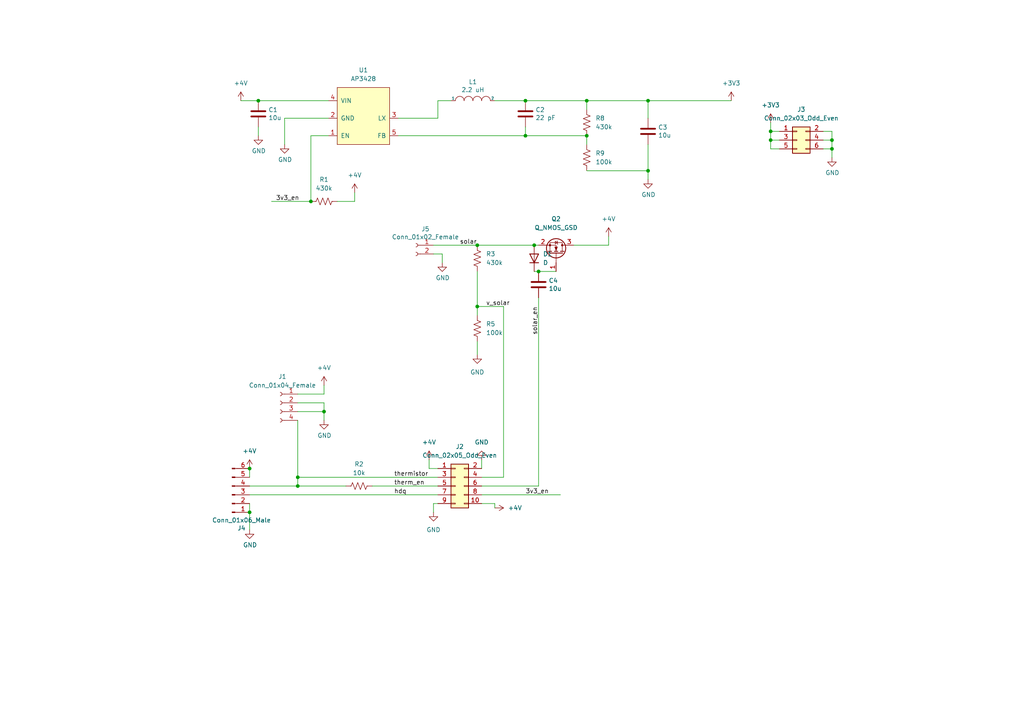
<source format=kicad_sch>
(kicad_sch (version 20211123) (generator eeschema)
  (paper "A4")
  (lib_symbols
    (symbol "Connector:Conn_01x02_Female" (pin_names (offset 1.016) hide)
      (property "Reference" "J" (at 0 2.54 0))
      (property "Value" "Conn_01x02_Female" (at 0 -5.08 0))
      (symbol "Conn_01x02_Female_1_1"
        (arc (start 0 -2.032) (mid -0.508 -2.54) (end 0 -3.048) (stroke (width 0.1524)))
        (polyline (pts (xy -1.27 -2.54) (xy -0.508 -2.54)) (stroke (width 0.1524)))
        (polyline (pts (xy -1.27 0) (xy -0.508 0)) (stroke (width 0.1524)))
        (arc (start 0 0.508) (mid -0.508 0) (end 0 -0.508) (stroke (width 0.1524)))
        (pin passive line (at -5.08 0 0) (length 3.81) (name "Pin_1") (number "1"))
        (pin passive line (at -5.08 -2.54 0) (length 3.81) (name "Pin_2") (number "2"))
      )
    )
    (symbol "Connector:Conn_01x04_Female" (pin_names (offset 1.016) hide)
      (property "Reference" "J" (at 0 5.08 0))
      (property "Value" "Conn_01x04_Female" (at 0 -7.62 0))
      (symbol "Conn_01x04_Female_1_1"
        (arc (start 0 -4.572) (mid -0.508 -5.08) (end 0 -5.588) (stroke (width 0.1524)))
        (arc (start 0 -2.032) (mid -0.508 -2.54) (end 0 -3.048) (stroke (width 0.1524)))
        (polyline (pts (xy -1.27 -5.08) (xy -0.508 -5.08)) (stroke (width 0.1524)))
        (polyline (pts (xy -1.27 -2.54) (xy -0.508 -2.54)) (stroke (width 0.1524)))
        (polyline (pts (xy -1.27 0) (xy -0.508 0)) (stroke (width 0.1524)))
        (polyline (pts (xy -1.27 2.54) (xy -0.508 2.54)) (stroke (width 0.1524)))
        (arc (start 0 0.508) (mid -0.508 0) (end 0 -0.508) (stroke (width 0.1524)))
        (arc (start 0 3.048) (mid -0.508 2.54) (end 0 2.032) (stroke (width 0.1524)))
        (pin passive line (at -5.08 2.54 0) (length 3.81) (name "Pin_1") (number "1"))
        (pin passive line (at -5.08 0 0) (length 3.81) (name "Pin_2") (number "2"))
        (pin passive line (at -5.08 -2.54 0) (length 3.81) (name "Pin_3") (number "3"))
        (pin passive line (at -5.08 -5.08 0) (length 3.81) (name "Pin_4") (number "4"))
      )
    )
    (symbol "Connector:Conn_01x06_Male" (pin_names (offset 1.016) hide)
      (property "Reference" "J" (at 0 7.62 0))
      (property "Value" "Conn_01x06_Male" (at 0 -10.16 0))
      (symbol "Conn_01x06_Male_1_1"
        (polyline (pts (xy 1.27 -7.62) (xy 0.8636 -7.62)) (stroke (width 0.1524)))
        (polyline (pts (xy 1.27 -5.08) (xy 0.8636 -5.08)) (stroke (width 0.1524)))
        (polyline (pts (xy 1.27 -2.54) (xy 0.8636 -2.54)) (stroke (width 0.1524)))
        (polyline (pts (xy 1.27 0) (xy 0.8636 0)) (stroke (width 0.1524)))
        (polyline (pts (xy 1.27 2.54) (xy 0.8636 2.54)) (stroke (width 0.1524)))
        (polyline (pts (xy 1.27 5.08) (xy 0.8636 5.08)) (stroke (width 0.1524)))
        (rectangle (start 0.8636 -7.493) (end 0 -7.747) (stroke (width 0.1524)) (fill (type outline)))
        (rectangle (start 0.8636 -4.953) (end 0 -5.207) (stroke (width 0.1524)) (fill (type outline)))
        (rectangle (start 0.8636 -2.413) (end 0 -2.667) (stroke (width 0.1524)) (fill (type outline)))
        (rectangle (start 0.8636 0.127) (end 0 -0.127) (stroke (width 0.1524)) (fill (type outline)))
        (rectangle (start 0.8636 2.667) (end 0 2.413) (stroke (width 0.1524)) (fill (type outline)))
        (rectangle (start 0.8636 5.207) (end 0 4.953) (stroke (width 0.1524)) (fill (type outline)))
        (pin passive line (at 5.08 5.08 180) (length 3.81) (name "Pin_1") (number "1"))
        (pin passive line (at 5.08 2.54 180) (length 3.81) (name "Pin_2") (number "2"))
        (pin passive line (at 5.08 0 180) (length 3.81) (name "Pin_3") (number "3"))
        (pin passive line (at 5.08 -2.54 180) (length 3.81) (name "Pin_4") (number "4"))
        (pin passive line (at 5.08 -5.08 180) (length 3.81) (name "Pin_5") (number "5"))
        (pin passive line (at 5.08 -7.62 180) (length 3.81) (name "Pin_6") (number "6"))
      )
    )
    (symbol "Connector_Generic:Conn_02x03_Odd_Even" (pin_names (offset 1.016) hide)
      (property "Reference" "J" (at 1.27 5.08 0))
      (property "Value" "Conn_02x03_Odd_Even" (at 1.27 -5.08 0))
      (symbol "Conn_02x03_Odd_Even_1_1"
        (rectangle (start -1.27 -2.413) (end 0 -2.667) (stroke (width 0.1524)))
        (rectangle (start -1.27 0.127) (end 0 -0.127) (stroke (width 0.1524)))
        (rectangle (start -1.27 2.667) (end 0 2.413) (stroke (width 0.1524)))
        (rectangle (start -1.27 3.81) (end 3.81 -3.81) (stroke (width 0.254)) (fill (type background)))
        (rectangle (start 3.81 -2.413) (end 2.54 -2.667) (stroke (width 0.1524)))
        (rectangle (start 3.81 0.127) (end 2.54 -0.127) (stroke (width 0.1524)))
        (rectangle (start 3.81 2.667) (end 2.54 2.413) (stroke (width 0.1524)))
        (pin passive line (at -5.08 2.54 0) (length 3.81) (name "Pin_1") (number "1"))
        (pin passive line (at 7.62 2.54 180) (length 3.81) (name "Pin_2") (number "2"))
        (pin passive line (at -5.08 0 0) (length 3.81) (name "Pin_3") (number "3"))
        (pin passive line (at 7.62 0 180) (length 3.81) (name "Pin_4") (number "4"))
        (pin passive line (at -5.08 -2.54 0) (length 3.81) (name "Pin_5") (number "5"))
        (pin passive line (at 7.62 -2.54 180) (length 3.81) (name "Pin_6") (number "6"))
      )
    )
    (symbol "Connector_Generic:Conn_02x05_Odd_Even" (pin_names (offset 1.016) hide)
      (property "Reference" "J" (at 1.27 7.62 0))
      (property "Value" "Conn_02x05_Odd_Even" (at 1.27 -7.62 0))
      (symbol "Conn_02x05_Odd_Even_1_1"
        (rectangle (start -1.27 -4.953) (end 0 -5.207) (stroke (width 0.1524)))
        (rectangle (start -1.27 -2.413) (end 0 -2.667) (stroke (width 0.1524)))
        (rectangle (start -1.27 0.127) (end 0 -0.127) (stroke (width 0.1524)))
        (rectangle (start -1.27 2.667) (end 0 2.413) (stroke (width 0.1524)))
        (rectangle (start -1.27 5.207) (end 0 4.953) (stroke (width 0.1524)))
        (rectangle (start -1.27 6.35) (end 3.81 -6.35) (stroke (width 0.254)) (fill (type background)))
        (rectangle (start 3.81 -4.953) (end 2.54 -5.207) (stroke (width 0.1524)))
        (rectangle (start 3.81 -2.413) (end 2.54 -2.667) (stroke (width 0.1524)))
        (rectangle (start 3.81 0.127) (end 2.54 -0.127) (stroke (width 0.1524)))
        (rectangle (start 3.81 2.667) (end 2.54 2.413) (stroke (width 0.1524)))
        (rectangle (start 3.81 5.207) (end 2.54 4.953) (stroke (width 0.1524)))
        (pin passive line (at -5.08 5.08 0) (length 3.81) (name "Pin_1") (number "1"))
        (pin passive line (at 7.62 -5.08 180) (length 3.81) (name "Pin_10") (number "10"))
        (pin passive line (at 7.62 5.08 180) (length 3.81) (name "Pin_2") (number "2"))
        (pin passive line (at -5.08 2.54 0) (length 3.81) (name "Pin_3") (number "3"))
        (pin passive line (at 7.62 2.54 180) (length 3.81) (name "Pin_4") (number "4"))
        (pin passive line (at -5.08 0 0) (length 3.81) (name "Pin_5") (number "5"))
        (pin passive line (at 7.62 0 180) (length 3.81) (name "Pin_6") (number "6"))
        (pin passive line (at -5.08 -2.54 0) (length 3.81) (name "Pin_7") (number "7"))
        (pin passive line (at 7.62 -2.54 180) (length 3.81) (name "Pin_8") (number "8"))
        (pin passive line (at -5.08 -5.08 0) (length 3.81) (name "Pin_9") (number "9"))
      )
    )
    (symbol "Device:C" (pin_numbers hide) (pin_names (offset 0.254))
      (property "Reference" "C" (at 0.635 2.54 0))
      (property "Value" "C" (at 0.635 -2.54 0))
      (symbol "C_0_1"
        (polyline (pts (xy -2.032 -0.762) (xy 2.032 -0.762)) (stroke (width 0.508)))
        (polyline (pts (xy -2.032 0.762) (xy 2.032 0.762)) (stroke (width 0.508)))
      )
      (symbol "C_1_1"
        (pin passive line (at 0 3.81 270) (length 2.794) (name "~") (number "1"))
        (pin passive line (at 0 -3.81 90) (length 2.794) (name "~") (number "2"))
      )
    )
    (symbol "Device:D" (pin_numbers hide) (pin_names (offset 1.016) hide)
      (property "Reference" "D" (at 0 2.54 0))
      (property "Value" "D" (at 0 -2.54 0))
      (symbol "D_0_1"
        (polyline (pts (xy -1.27 1.27) (xy -1.27 -1.27)) (stroke (width 0.254)))
        (polyline (pts (xy 1.27 0) (xy -1.27 0)))
        (polyline (pts (xy 1.27 1.27) (xy 1.27 -1.27) (xy -1.27 0) (xy 1.27 1.27)) (stroke (width 0.254)))
      )
      (symbol "D_1_1"
        (pin passive line (at -3.81 0 0) (length 2.54) (name "K") (number "1"))
        (pin passive line (at 3.81 0 180) (length 2.54) (name "A") (number "2"))
      )
    )
    (symbol "Device:Q_NMOS_GSD" (pin_names (offset 0) hide)
      (property "Reference" "Q" (at 5.08 1.27 0))
      (property "Value" "Q_NMOS_GSD" (at 5.08 -1.27 0))
      (symbol "Q_NMOS_GSD_0_1"
        (polyline (pts (xy 0.254 0) (xy -2.54 0)))
        (polyline (pts (xy 0.254 1.905) (xy 0.254 -1.905)) (stroke (width 0.254)))
        (polyline (pts (xy 0.762 -1.27) (xy 0.762 -2.286)) (stroke (width 0.254)))
        (polyline (pts (xy 0.762 0.508) (xy 0.762 -0.508)) (stroke (width 0.254)))
        (polyline (pts (xy 0.762 2.286) (xy 0.762 1.27)) (stroke (width 0.254)))
        (polyline (pts (xy 2.54 2.54) (xy 2.54 1.778)))
        (polyline (pts (xy 2.54 -2.54) (xy 2.54 0) (xy 0.762 0)))
        (polyline (pts (xy 0.762 -1.778) (xy 3.302 -1.778) (xy 3.302 1.778) (xy 0.762 1.778)))
        (polyline (pts (xy 1.016 0) (xy 2.032 0.381) (xy 2.032 -0.381) (xy 1.016 0)) (fill (type outline)))
        (polyline (pts (xy 2.794 0.508) (xy 2.921 0.381) (xy 3.683 0.381) (xy 3.81 0.254)))
        (polyline (pts (xy 3.302 0.381) (xy 2.921 -0.254) (xy 3.683 -0.254) (xy 3.302 0.381)))
        (circle (center 1.651 0) (radius 2.794) (stroke (width 0.254)))
        (circle (center 2.54 -1.778) (radius 0.254) (fill (type outline)))
        (circle (center 2.54 1.778) (radius 0.254) (fill (type outline)))
      )
      (symbol "Q_NMOS_GSD_1_1"
        (pin input line (at -5.08 0 0) (length 2.54) (name "G") (number "1"))
        (pin passive line (at 2.54 -5.08 90) (length 2.54) (name "S") (number "2"))
        (pin passive line (at 2.54 5.08 270) (length 2.54) (name "D") (number "3"))
      )
    )
    (symbol "Device:R_US" (pin_numbers hide) (pin_names (offset 0))
      (property "Reference" "R" (at 2.54 0 90))
      (property "Value" "R_US" (at -2.54 0 90))
      (symbol "R_US_0_1"
        (polyline (pts (xy 0 -2.286) (xy 0 -2.54)))
        (polyline (pts (xy 0 2.286) (xy 0 2.54)))
        (polyline (pts (xy 0 -0.762) (xy 1.016 -1.143) (xy 0 -1.524) (xy -1.016 -1.905) (xy 0 -2.286)))
        (polyline (pts (xy 0 0.762) (xy 1.016 0.381) (xy 0 0) (xy -1.016 -0.381) (xy 0 -0.762)))
        (polyline (pts (xy 0 2.286) (xy 1.016 1.905) (xy 0 1.524) (xy -1.016 1.143) (xy 0 0.762)))
      )
      (symbol "R_US_1_1"
        (pin passive line (at 0 3.81 270) (length 1.27) (name "~") (number "1"))
        (pin passive line (at 0 -3.81 90) (length 1.27) (name "~") (number "2"))
      )
    )
    (symbol "battery:AP3428" (pin_names (offset 1.016))
      (property "Reference" "U1" (at 0 13.97 0))
      (property "Value" "AP3428" (at 0 11.43 0))
      (symbol "AP3428_0_1"
        (rectangle (start -7.62 -7.62) (end 7.62 8.89) (fill (type background)))
      )
      (symbol "AP3428_1_1"
        (pin input line (at -10.16 -5.08 0) (length 2.54) (name "EN") (number "1"))
        (pin power_in line (at -10.16 0 0) (length 2.54) (name "GND") (number "2"))
        (pin power_out line (at 10.16 0 180) (length 2.54) (name "LX") (number "3"))
        (pin power_in line (at -10.16 5.08 0) (length 2.54) (name "VIN") (number "4"))
        (pin passive line (at 10.16 -5.08 180) (length 2.54) (name "FB") (number "5"))
      )
    )
    (symbol "power:+3.3V" (power) (pin_names (offset 0))
      (property "Value" "+3.3V" (at 0 3.556 0))
      (symbol "+3.3V_0_1"
        (polyline (pts (xy -0.762 1.27) (xy 0 2.54)))
        (polyline (pts (xy 0 0) (xy 0 2.54)))
        (polyline (pts (xy 0 2.54) (xy 0.762 1.27)))
      )
      (symbol "+3.3V_1_1"
        (pin power_in line (at 0 0 90) (length 0) hide (name "+3V3") (number "1"))
      )
    )
    (symbol "power:+4V" (power) (pin_names (offset 0))
      (property "Value" "+4V" (at 0 3.556 0))
      (symbol "+4V_0_1"
        (polyline (pts (xy -0.762 1.27) (xy 0 2.54)))
        (polyline (pts (xy 0 0) (xy 0 2.54)))
        (polyline (pts (xy 0 2.54) (xy 0.762 1.27)))
      )
      (symbol "+4V_1_1"
        (pin power_in line (at 0 0 90) (length 0) hide (name "+4V") (number "1"))
      )
    )
    (symbol "power:GND" (power) (pin_names (offset 0))
      (property "Value" "GND" (at 0 -3.81 0))
      (symbol "GND_0_1"
        (polyline (pts (xy 0 0) (xy 0 -1.27) (xy 1.27 -1.27) (xy 0 -2.54) (xy -1.27 -1.27) (xy 0 -1.27)))
      )
      (symbol "GND_1_1"
        (pin power_in line (at 0 0 270) (length 0) hide (name "GND") (number "1"))
      )
    )
    (symbol "pspice:INDUCTOR" (pin_numbers hide) (pin_names (offset 0))
      (property "Reference" "L" (at 0 2.54 0))
      (property "Value" "INDUCTOR" (at 0 -1.27 0))
      (symbol "INDUCTOR_0_1"
        (arc (start -2.54 0) (mid -3.81 1.27) (end -5.08 0))
        (arc (start 0 0) (mid -1.27 1.27) (end -2.54 0))
        (arc (start 2.54 0) (mid 1.27 1.27) (end 0 0))
        (arc (start 5.08 0) (mid 3.81 1.27) (end 2.54 0))
      )
      (symbol "INDUCTOR_1_1"
        (pin input line (at -6.35 0 0) (length 1.27) (name "1") (number "1"))
        (pin input line (at 6.35 0 180) (length 1.27) (name "2") (number "2"))
      )
    )
  )
  (junction (at 187.96 49.53))
  (junction (at 241.3 43.18))
  (junction (at 86.36 138.43))
  (junction (at 152.4 29.21))
  (junction (at 241.3 40.64))
  (junction (at 154.94 71.12))
  (junction (at 187.96 29.21))
  (junction (at 138.43 71.12))
  (junction (at 90.17 58.42))
  (junction (at 223.52 38.1))
  (junction (at 170.18 39.37))
  (junction (at 223.52 40.64))
  (junction (at 86.36 140.97))
  (junction (at 93.98 119.38))
  (junction (at 156.21 78.74))
  (junction (at 138.43 88.9))
  (junction (at 152.4 39.37))
  (junction (at 72.39 148.59))
  (junction (at 170.18 29.21))
  (junction (at 74.93 29.21))
  (junction (at 72.39 135.89))
  (wire (pts (xy 95.25 39.37) (xy 90.17 39.37)))
  (wire (pts (xy 156.21 86.36) (xy 156.21 140.97)))
  (wire (pts (xy 146.05 138.43) (xy 139.7 138.43)))
  (wire (pts (xy 223.52 40.64) (xy 223.52 43.18)))
  (wire (pts (xy 187.96 41.91) (xy 187.96 49.53)))
  (wire (pts (xy 128.27 76.2) (xy 128.27 73.66)))
  (wire (pts (xy 74.93 39.37) (xy 74.93 36.83)))
  (wire (pts (xy 82.55 41.91) (xy 82.55 34.29)))
  (wire (pts (xy 187.96 34.29) (xy 187.96 29.21)))
  (wire (pts (xy 143.51 146.05) (xy 139.7 146.05)))
  (wire (pts (xy 95.25 34.29) (xy 82.55 34.29)))
  (wire (pts (xy 128.27 73.66) (xy 125.73 73.66)))
  (wire (pts (xy 93.98 119.38) (xy 93.98 121.92)))
  (wire (pts (xy 241.3 45.72) (xy 241.3 43.18)))
  (wire (pts (xy 86.36 116.84) (xy 93.98 116.84)))
  (wire (pts (xy 223.52 43.18) (xy 226.06 43.18)))
  (wire (pts (xy 115.57 39.37) (xy 152.4 39.37)))
  (wire (pts (xy 223.52 38.1) (xy 226.06 38.1)))
  (wire (pts (xy 152.4 39.37) (xy 170.18 39.37)))
  (wire (pts (xy 241.3 38.1) (xy 238.76 38.1)))
  (wire (pts (xy 124.46 135.89) (xy 127 135.89)))
  (wire (pts (xy 72.39 138.43) (xy 72.39 135.89)))
  (wire (pts (xy 143.51 29.21) (xy 152.4 29.21)))
  (wire (pts (xy 170.18 29.21) (xy 187.96 29.21)))
  (wire (pts (xy 138.43 78.74) (xy 138.43 88.9)))
  (wire (pts (xy 72.39 146.05) (xy 72.39 148.59)))
  (wire (pts (xy 187.96 49.53) (xy 187.96 52.07)))
  (wire (pts (xy 138.43 71.12) (xy 154.94 71.12)))
  (wire (pts (xy 139.7 140.97) (xy 156.21 140.97)))
  (wire (pts (xy 69.85 29.21) (xy 74.93 29.21)))
  (wire (pts (xy 154.94 71.12) (xy 156.21 71.12)))
  (wire (pts (xy 241.3 43.18) (xy 241.3 40.64)))
  (wire (pts (xy 170.18 29.21) (xy 170.18 31.75)))
  (wire (pts (xy 241.3 40.64) (xy 241.3 38.1)))
  (wire (pts (xy 223.52 38.1) (xy 223.52 40.64)))
  (wire (pts (xy 146.05 88.9) (xy 146.05 138.43)))
  (wire (pts (xy 102.87 55.88) (xy 102.87 58.42)))
  (wire (pts (xy 93.98 111.76) (xy 93.98 114.3)))
  (wire (pts (xy 86.36 140.97) (xy 100.33 140.97)))
  (wire (pts (xy 90.17 39.37) (xy 90.17 58.42)))
  (wire (pts (xy 223.52 35.56) (xy 223.52 38.1)))
  (wire (pts (xy 139.7 133.35) (xy 139.7 135.89)))
  (wire (pts (xy 138.43 88.9) (xy 138.43 91.44)))
  (wire (pts (xy 176.53 71.12) (xy 176.53 68.58)))
  (wire (pts (xy 93.98 116.84) (xy 93.98 119.38)))
  (wire (pts (xy 72.39 143.51) (xy 127 143.51)))
  (wire (pts (xy 107.95 140.97) (xy 127 140.97)))
  (wire (pts (xy 152.4 36.83) (xy 152.4 39.37)))
  (wire (pts (xy 86.36 138.43) (xy 127 138.43)))
  (wire (pts (xy 152.4 29.21) (xy 170.18 29.21)))
  (wire (pts (xy 127 34.29) (xy 127 29.21)))
  (wire (pts (xy 125.73 146.05) (xy 127 146.05)))
  (wire (pts (xy 156.21 78.74) (xy 161.29 78.74)))
  (wire (pts (xy 170.18 39.37) (xy 170.18 41.91)))
  (wire (pts (xy 138.43 88.9) (xy 146.05 88.9)))
  (wire (pts (xy 115.57 34.29) (xy 127 34.29)))
  (wire (pts (xy 238.76 43.18) (xy 241.3 43.18)))
  (wire (pts (xy 154.94 78.74) (xy 156.21 78.74)))
  (wire (pts (xy 78.74 58.42) (xy 90.17 58.42)))
  (wire (pts (xy 127 29.21) (xy 130.81 29.21)))
  (wire (pts (xy 143.51 147.32) (xy 143.51 146.05)))
  (wire (pts (xy 74.93 29.21) (xy 95.25 29.21)))
  (wire (pts (xy 166.37 71.12) (xy 176.53 71.12)))
  (wire (pts (xy 86.36 121.92) (xy 86.36 138.43)))
  (wire (pts (xy 139.7 143.51) (xy 162.56 143.51)))
  (wire (pts (xy 102.87 58.42) (xy 97.79 58.42)))
  (wire (pts (xy 187.96 29.21) (xy 212.09 29.21)))
  (wire (pts (xy 72.39 140.97) (xy 86.36 140.97)))
  (wire (pts (xy 238.76 40.64) (xy 241.3 40.64)))
  (wire (pts (xy 124.46 133.35) (xy 124.46 135.89)))
  (wire (pts (xy 86.36 138.43) (xy 86.36 140.97)))
  (wire (pts (xy 125.73 148.59) (xy 125.73 146.05)))
  (wire (pts (xy 187.96 49.53) (xy 170.18 49.53)))
  (wire (pts (xy 125.73 71.12) (xy 138.43 71.12)))
  (wire (pts (xy 86.36 119.38) (xy 93.98 119.38)))
  (wire (pts (xy 86.36 114.3) (xy 93.98 114.3)))
  (wire (pts (xy 226.06 40.64) (xy 223.52 40.64)))
  (wire (pts (xy 138.43 99.06) (xy 138.43 102.87)))
  (wire (pts (xy 72.39 153.67) (xy 72.39 148.59)))
  (label "solar" (at 133.35 71.12 0))
  (label "hdq" (at 114.3 143.51 0))
  (label "3v3_en" (at 152.4 143.51 0))
  (label "thermistor" (at 114.3 138.43 0))
  (label "3v3_en" (at 80.01 58.42 0))
  (label "solar_en" (at 156.21 88.9 270))
  (label "therm_en" (at 114.3 140.97 0))
  (label "v_solar" (at 140.97 88.9 0))
  (symbol (lib_id "Connector:Conn_01x02_Female") (at 120.65 71.12 0) (mirror y) (unit 1)
    (property "Reference" "J5" (at 123.3932 66.421 0))
    (property "Value" "Conn_01x02_Female" (at 123.3932 68.7324 0))
    (property "Footprint" "Connector_PinSocket_2.54mm:PinSocket_1x02_P2.54mm_Vertical" (effects hide))
  )
  (symbol (lib_id "Connector:Conn_01x06_Male") (at 67.31 143.51 0) (mirror x) (unit 1)
    (property "Reference" "J4" (at 70.0532 153.1874 0))
    (property "Value" "Conn_01x06_Male" (at 70.0532 150.876 0))
    (property "Footprint" "battery:battery_connector" (effects hide))
  )
  (symbol (lib_id "power:GND") (at 128.27 76.2 0) (unit 1)
    (property "Reference" "#PWR0119" (effects hide))
    (property "Value" "GND" (at 128.397 80.5942 0))
  )
  (symbol (lib_id "power:GND") (at 72.39 153.67 0) (unit 1)
    (property "Reference" "#PWR0120" (effects hide))
    (property "Value" "GND" (at 72.517 158.0642 0))
  )
  (symbol (lib_id "power:GND") (at 187.96 52.07 0) (unit 1)
    (property "Reference" "#PWR0105" (effects hide))
    (property "Value" "GND" (at 188.087 56.4642 0))
  )
  (symbol (lib_id "Device:C") (at 152.4 33.02 0) (unit 1)
    (property "Reference" "C2" (at 155.321 31.8516 0) (effects (justify left)))
    (property "Value" "22 pF" (at 155.321 34.163 0) (effects (justify left)))
    (property "Footprint" "Capacitor_SMD:C_0603_1608Metric" (effects hide))
  )
  (symbol (lib_id "battery:AP3428") (at 105.41 34.29 0) (unit 1)
    (property "Reference" "U1" (at 105.41 20.32 0))
    (property "Value" "AP3428" (at 105.41 22.86 0))
    (property "Footprint" "Package_TO_SOT_SMD:SOT-23-5" (effects hide))
    (property "Datasheet" "https://www.diodes.com/assets/Datasheets/AP3428_A.pdf" (effects hide))
  )
  (symbol (lib_id "power:+4V") (at 102.87 55.88 0) (unit 1)
    (property "Reference" "#PWR0107" (effects hide))
    (property "Value" "+4V" (at 102.87 50.8 0))
  )
  (symbol (lib_id "Device:C") (at 74.93 33.02 0) (unit 1)
    (property "Reference" "C1" (at 77.851 31.8516 0) (effects (justify left)))
    (property "Value" "10u" (at 77.851 34.163 0) (effects (justify left)))
    (property "Footprint" "Capacitor_SMD:C_0805_2012Metric" (effects hide))
  )
  (symbol (lib_id "Connector:Conn_01x04_Female") (at 81.28 116.84 0) (mirror y) (unit 1)
    (property "Reference" "J1" (at 81.915 109.22 0))
    (property "Value" "Conn_01x04_Female" (at 81.915 111.76 0))
    (property "Footprint" "Connector_PinHeader_2.54mm:PinHeader_1x04_P2.54mm_Vertical" (effects hide))
  )
  (symbol (lib_id "Device:R_US") (at 170.18 45.72 0) (unit 1)
    (property "Reference" "R9" (at 172.72 44.4499 0) (effects (justify left)))
    (property "Value" "100k" (at 172.72 46.9899 0) (effects (justify left)))
    (property "Footprint" "Resistor_SMD:R_0603_1608Metric" (effects hide))
  )
  (symbol (lib_id "power:GND") (at 82.55 41.91 0) (unit 1)
    (property "Reference" "#PWR0109" (effects hide))
    (property "Value" "GND" (at 82.677 46.3042 0))
  )
  (symbol (lib_id "power:+4V") (at 72.39 135.89 0) (unit 1)
    (property "Reference" "#PWR0111" (effects hide))
    (property "Value" "+4V" (at 72.39 130.81 0))
  )
  (symbol (lib_id "Device:Q_NMOS_GSD") (at 161.29 73.66 270) (mirror x) (unit 1)
    (property "Reference" "Q2" (at 161.29 63.5 90))
    (property "Value" "Q_NMOS_GSD" (at 161.29 66.04 90))
    (property "Footprint" "Package_TO_SOT_SMD:SOT-23" (effects hide))
    (property "Datasheet" "https://media.digikey.com/pdf/Data%20Sheets/Rohm%20PDFs/RUC002N05HZGT116_Rev.001_6-6-16.pdf" (effects hide))
  )
  (symbol (lib_id "power:GND") (at 138.43 102.87 0) (unit 1)
    (property "Reference" "#PWR0104" (effects hide))
    (property "Value" "GND" (at 138.43 107.95 0))
  )
  (symbol (lib_id "power:+4V") (at 69.85 29.21 0) (unit 1)
    (property "Reference" "#PWR0108" (effects hide))
    (property "Value" "+4V" (at 69.85 24.13 0))
  )
  (symbol (lib_id "power:GND") (at 74.93 39.37 0) (unit 1)
    (property "Reference" "#PWR0110" (effects hide))
    (property "Value" "GND" (at 75.057 43.7642 0))
  )
  (symbol (lib_id "power:+4V") (at 143.51 147.32 270) (unit 1)
    (property "Reference" "#PWR0102" (effects hide))
    (property "Value" "+4V" (at 147.32 147.3199 90) (effects (justify left)))
  )
  (symbol (lib_id "power:+3.3V") (at 223.52 35.56 0) (unit 1)
    (property "Reference" "#PWR0117" (effects hide))
    (property "Value" "+3.3V" (at 223.52 30.48 0))
  )
  (symbol (lib_id "power:GND") (at 93.98 121.92 0) (unit 1)
    (property "Reference" "#PWR0113" (effects hide))
    (property "Value" "GND" (at 94.107 126.3142 0))
  )
  (symbol (lib_id "power:GND") (at 125.73 148.59 0) (unit 1)
    (property "Reference" "#PWR0115" (effects hide))
    (property "Value" "GND" (at 125.73 153.67 0))
  )
  (symbol (lib_id "Device:R_US") (at 170.18 35.56 0) (unit 1)
    (property "Reference" "R8" (at 172.72 34.2899 0) (effects (justify left)))
    (property "Value" "430k" (at 172.72 36.8299 0) (effects (justify left)))
    (property "Footprint" "Resistor_SMD:R_0603_1608Metric" (effects hide))
  )
  (symbol (lib_id "Device:R_US") (at 93.98 58.42 90) (unit 1)
    (property "Reference" "R1" (at 93.98 52.07 90))
    (property "Value" "430k" (at 93.98 54.61 90))
    (property "Footprint" "Resistor_SMD:R_0603_1608Metric" (effects hide))
  )
  (symbol (lib_id "Connector_Generic:Conn_02x05_Odd_Even") (at 132.08 140.97 0) (unit 1)
    (property "Reference" "J2" (at 133.35 129.54 0))
    (property "Value" "Conn_02x05_Odd_Even" (at 133.35 132.08 0))
    (property "Footprint" "Connector_PinHeader_2.54mm:PinHeader_2x05_P2.54mm_Vertical_SMD" (effects hide))
  )
  (symbol (lib_id "Device:C") (at 156.21 82.55 0) (unit 1)
    (property "Reference" "C4" (at 159.131 81.3816 0) (effects (justify left)))
    (property "Value" "10u" (at 159.131 83.693 0) (effects (justify left)))
    (property "Footprint" "Capacitor_SMD:C_0805_2012Metric" (effects hide))
  )
  (symbol (lib_id "power:GND") (at 139.7 133.35 180) (unit 1)
    (property "Reference" "#PWR0103" (effects hide))
    (property "Value" "GND" (at 139.7 128.27 0))
  )
  (symbol (lib_id "Device:R_US") (at 138.43 74.93 0) (unit 1)
    (property "Reference" "R3" (at 140.97 73.6599 0) (effects (justify left)))
    (property "Value" "430k" (at 140.97 76.1999 0) (effects (justify left)))
    (property "Footprint" "Resistor_SMD:R_0603_1608Metric" (effects hide))
  )
  (symbol (lib_id "Device:C") (at 187.96 38.1 0) (unit 1)
    (property "Reference" "C3" (at 190.881 36.9316 0) (effects (justify left)))
    (property "Value" "10u" (at 190.881 39.243 0) (effects (justify left)))
    (property "Footprint" "Capacitor_SMD:C_0805_2012Metric" (effects hide))
  )
  (symbol (lib_id "power:+4V") (at 93.98 111.76 0) (unit 1)
    (property "Reference" "#PWR0112" (effects hide))
    (property "Value" "+4V" (at 93.98 106.68 0))
  )
  (symbol (lib_id "power:+4V") (at 176.53 68.58 0) (unit 1)
    (property "Reference" "#PWR0106" (effects hide))
    (property "Value" "+4V" (at 176.53 63.5 0))
  )
  (symbol (lib_id "power:+3.3V") (at 212.09 29.21 0) (unit 1)
    (property "Reference" "#PWR0118" (effects hide))
    (property "Value" "+3.3V" (at 212.09 24.13 0))
  )
  (symbol (lib_id "Connector_Generic:Conn_02x03_Odd_Even") (at 231.14 40.64 0) (unit 1)
    (property "Reference" "J3" (at 232.41 31.75 0))
    (property "Value" "Conn_02x03_Odd_Even" (at 232.41 34.29 0))
    (property "Footprint" "Connector_PinHeader_2.54mm:PinHeader_2x03_P2.54mm_Vertical" (effects hide))
  )
  (symbol (lib_id "pspice:INDUCTOR") (at 137.16 29.21 0) (unit 1)
    (property "Reference" "L1" (at 137.16 23.749 0))
    (property "Value" "2.2 uH" (at 137.16 26.0604 0))
    (property "Footprint" "Inductor_SMD:L_0805_2012Metric" (effects hide))
  )
  (symbol (lib_id "Device:R_US") (at 104.14 140.97 270) (unit 1)
    (property "Reference" "R2" (at 104.14 134.62 90))
    (property "Value" "10k" (at 104.14 137.16 90))
    (property "Footprint" "Resistor_SMD:R_0603_1608Metric" (effects hide))
  )
  (symbol (lib_id "Device:D") (at 154.94 74.93 90) (unit 1)
    (property "Reference" "D1" (at 157.48 73.6599 90) (effects (justify right)))
    (property "Value" "D" (at 157.48 76.1999 90) (effects (justify right)))
    (property "Footprint" "Diode_SMD:D_SOD-323" (effects hide))
    (property "Datasheet" "https://toshiba.semicon-storage.com/info/docget.jsp?did=3342&prodName=1SS367" (effects hide))
  )
  (symbol (lib_id "power:GND") (at 241.3 45.72 0) (unit 1)
    (property "Reference" "#PWR0116" (effects hide))
    (property "Value" "GND" (at 241.427 50.1142 0))
  )
  (symbol (lib_id "power:+4V") (at 124.46 133.35 0) (unit 1)
    (property "Reference" "#PWR0114" (effects hide))
    (property "Value" "+4V" (at 124.46 128.27 0))
  )
  (symbol (lib_id "Device:R_US") (at 138.43 95.25 0) (unit 1)
    (property "Reference" "R5" (at 140.97 93.9799 0) (effects (justify left)))
    (property "Value" "100k" (at 140.97 96.5199 0) (effects (justify left)))
    (property "Footprint" "Resistor_SMD:R_0603_1608Metric" (effects hide))
  )
)
</source>
